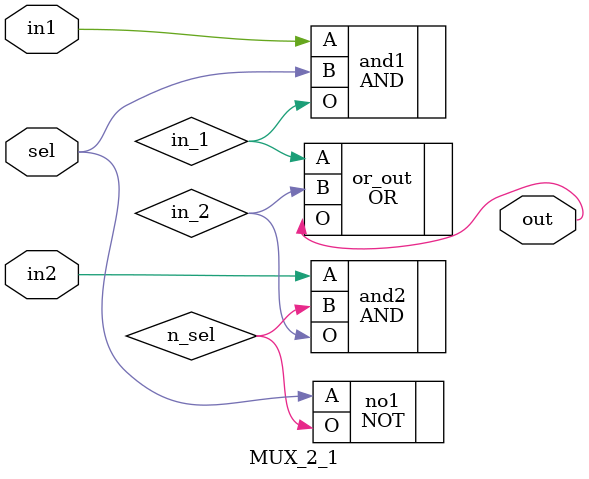
<source format=v>


module MUX_2_1(
in1,
in2,
sel,
out
);

input in1;
input in2;
input sel;

output out;

wire in_1;
wire in_2;
wire n_sel;

NOT no1(.A(sel),.O(n_sel));

AND and1 (.A(in1),.B(sel),.O(in_1));
AND and2 (.A(in2),.B(n_sel),.O(in_2));

OR or_out(.A(in_1),.B(in_2),.O(out));

endmodule









</source>
